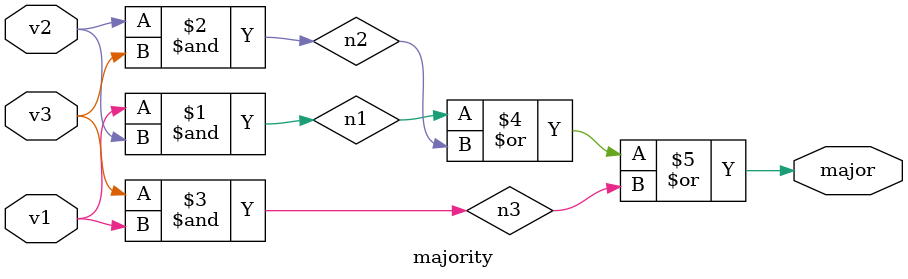
<source format=v>
module majority(
    input v1, v2, v3,
    output major
);

wire n1, n2, n3;

assign n1 = v1 & v2;
assign n2 = v2 & v3;
assign n3 = v3 & v1;
assign major = n1 | n2 | n3;

endmodule
</source>
